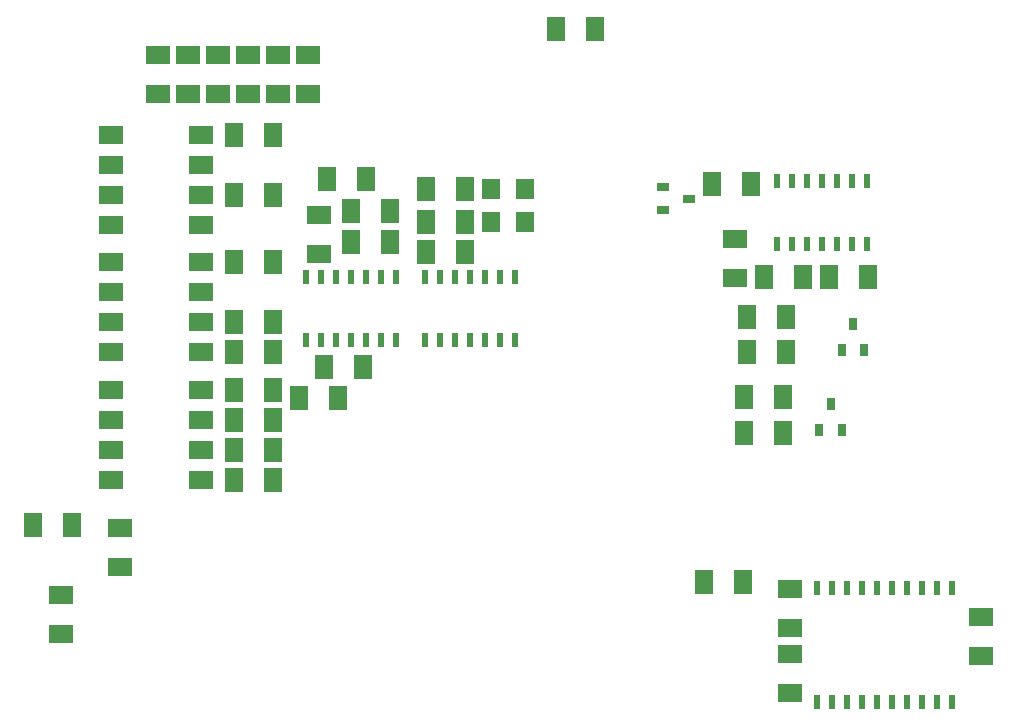
<source format=gtp>
G04 (created by PCBNEW (2013-07-07 BZR 4022)-stable) date 08/05/2014 10:34:19 AM*
%MOIN*%
G04 Gerber Fmt 3.4, Leading zero omitted, Abs format*
%FSLAX34Y34*%
G01*
G70*
G90*
G04 APERTURE LIST*
%ADD10C,0.00590551*%
%ADD11R,0.06X0.08*%
%ADD12R,0.08X0.06*%
%ADD13R,0.0629X0.0709*%
%ADD14R,0.02X0.045*%
%ADD15R,0.0315X0.0394*%
%ADD16R,0.0394X0.0315*%
%ADD17R,0.02X0.05*%
G04 APERTURE END LIST*
G54D10*
G54D11*
X40752Y-24085D03*
X42052Y-24085D03*
X40752Y-22885D03*
X42052Y-22885D03*
X40850Y-20225D03*
X42150Y-20225D03*
X40850Y-21375D03*
X42150Y-21375D03*
G54D12*
X24200Y-11500D03*
X24200Y-12800D03*
G54D11*
X25050Y-23650D03*
X23750Y-23650D03*
X23750Y-22650D03*
X25050Y-22650D03*
G54D12*
X25200Y-11500D03*
X25200Y-12800D03*
G54D11*
X23750Y-25650D03*
X25050Y-25650D03*
X23750Y-24650D03*
X25050Y-24650D03*
G54D12*
X26200Y-11500D03*
X26200Y-12800D03*
G54D11*
X23750Y-20400D03*
X25050Y-20400D03*
X30150Y-17050D03*
X31450Y-17050D03*
X23750Y-18400D03*
X25050Y-18400D03*
G54D12*
X22200Y-11500D03*
X22200Y-12800D03*
G54D11*
X23750Y-16150D03*
X25050Y-16150D03*
G54D12*
X17975Y-29475D03*
X17975Y-30775D03*
G54D13*
X32316Y-17050D03*
X33434Y-17050D03*
G54D11*
X17050Y-27150D03*
X18350Y-27150D03*
G54D13*
X32316Y-15950D03*
X33434Y-15950D03*
G54D11*
X30150Y-15950D03*
X31450Y-15950D03*
G54D14*
X26150Y-21000D03*
X26650Y-21000D03*
X27150Y-21000D03*
X27650Y-21000D03*
X28150Y-21000D03*
X28650Y-21000D03*
X29150Y-21000D03*
X29150Y-18900D03*
X28650Y-18900D03*
X28150Y-18900D03*
X27650Y-18900D03*
X27150Y-18900D03*
X26650Y-18900D03*
X26150Y-18900D03*
G54D12*
X19650Y-14150D03*
X19650Y-15150D03*
X19650Y-16150D03*
X19650Y-17150D03*
X22650Y-17150D03*
X22650Y-16150D03*
X22650Y-15150D03*
X22650Y-14150D03*
X19650Y-18400D03*
X19650Y-19400D03*
X19650Y-20400D03*
X19650Y-21400D03*
X22650Y-21400D03*
X22650Y-20400D03*
X22650Y-19400D03*
X22650Y-18400D03*
X19650Y-22650D03*
X19650Y-23650D03*
X19650Y-24650D03*
X19650Y-25650D03*
X22650Y-25650D03*
X22650Y-24650D03*
X22650Y-23650D03*
X22650Y-22650D03*
X23200Y-11500D03*
X23200Y-12800D03*
G54D11*
X28930Y-17725D03*
X27630Y-17725D03*
X27630Y-16680D03*
X28930Y-16680D03*
X25050Y-21400D03*
X23750Y-21400D03*
G54D12*
X21200Y-11500D03*
X21200Y-12800D03*
G54D11*
X23750Y-14150D03*
X25050Y-14150D03*
G54D12*
X19950Y-28550D03*
X19950Y-27250D03*
G54D11*
X27215Y-22920D03*
X25915Y-22920D03*
G54D12*
X26580Y-18110D03*
X26580Y-16810D03*
G54D11*
X44862Y-18897D03*
X43562Y-18897D03*
X41397Y-18897D03*
X42697Y-18897D03*
G54D12*
X40450Y-18925D03*
X40450Y-17625D03*
G54D14*
X41846Y-17792D03*
X42346Y-17792D03*
X42846Y-17792D03*
X43346Y-17792D03*
X43846Y-17792D03*
X44346Y-17792D03*
X44846Y-17792D03*
X44846Y-15692D03*
X44346Y-15692D03*
X43846Y-15692D03*
X43346Y-15692D03*
X42846Y-15692D03*
X42346Y-15692D03*
X41846Y-15692D03*
X30125Y-20975D03*
X30625Y-20975D03*
X31125Y-20975D03*
X31625Y-20975D03*
X32125Y-20975D03*
X32625Y-20975D03*
X33125Y-20975D03*
X33125Y-18875D03*
X32625Y-18875D03*
X32125Y-18875D03*
X31625Y-18875D03*
X31125Y-18875D03*
X30625Y-18875D03*
X30125Y-18875D03*
G54D11*
X35775Y-10625D03*
X34475Y-10625D03*
G54D15*
X43630Y-23127D03*
X44005Y-23993D03*
X43255Y-23993D03*
X44370Y-20457D03*
X44745Y-21323D03*
X43995Y-21323D03*
G54D16*
X38903Y-16275D03*
X38037Y-16650D03*
X38037Y-15900D03*
G54D12*
X48630Y-30205D03*
X48630Y-31505D03*
X42260Y-32770D03*
X42260Y-31470D03*
X42260Y-29290D03*
X42260Y-30590D03*
G54D17*
X47690Y-29260D03*
X47190Y-29260D03*
X46690Y-29260D03*
X46190Y-29260D03*
X45690Y-29260D03*
X45190Y-29260D03*
X44690Y-29260D03*
X44190Y-29260D03*
X43690Y-29260D03*
X43190Y-29260D03*
X43190Y-33060D03*
X43690Y-33060D03*
X44190Y-33060D03*
X44690Y-33060D03*
X45190Y-33060D03*
X45690Y-33060D03*
X46190Y-33060D03*
X46690Y-33060D03*
X47190Y-33060D03*
X47690Y-33060D03*
G54D11*
X40720Y-29070D03*
X39420Y-29070D03*
X26755Y-21875D03*
X28055Y-21875D03*
X28140Y-15630D03*
X26840Y-15630D03*
X30155Y-18050D03*
X31455Y-18050D03*
X40990Y-15780D03*
X39690Y-15780D03*
M02*

</source>
